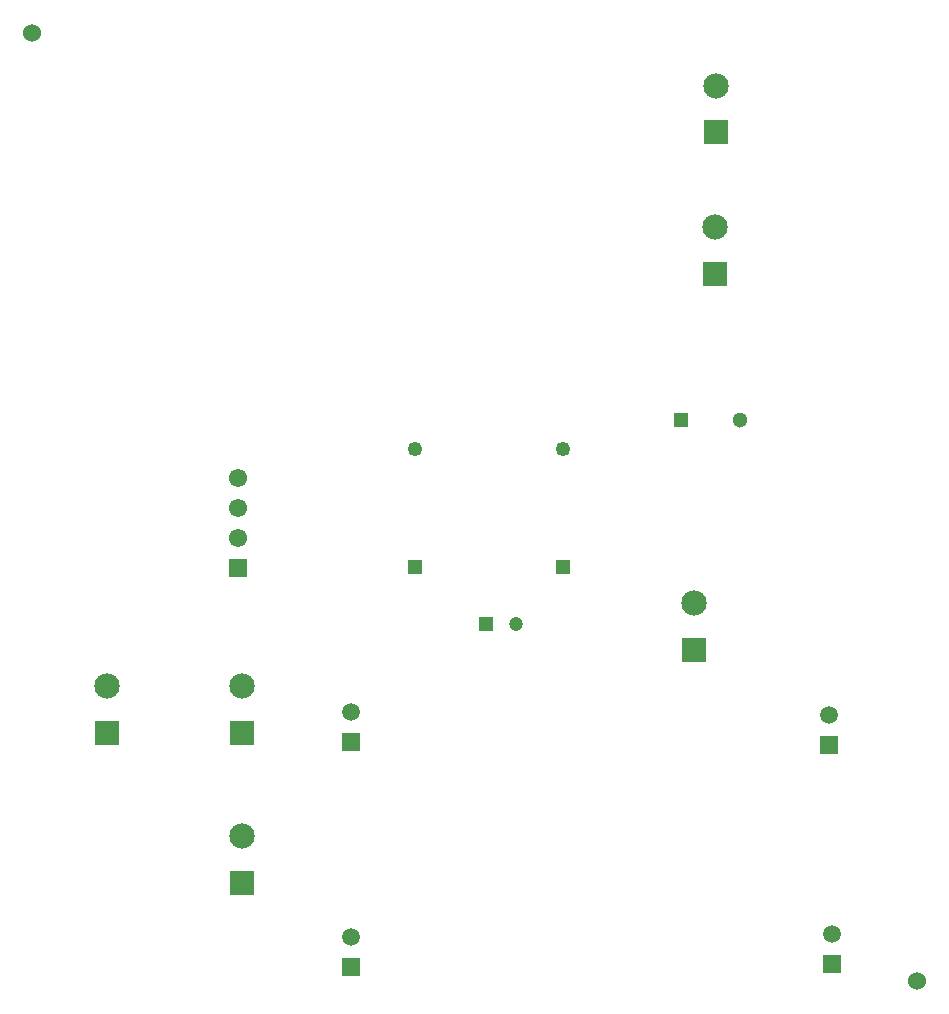
<source format=gbr>
G04*
G04 #@! TF.GenerationSoftware,Altium Limited,Altium Designer,22.4.2 (48)*
G04*
G04 Layer_Color=255*
%FSLAX25Y25*%
%MOIN*%
G70*
G04*
G04 #@! TF.SameCoordinates,D1C75A00-648E-4898-854E-167750E82D76*
G04*
G04*
G04 #@! TF.FilePolarity,Positive*
G04*
G01*
G75*
%ADD24C,0.04921*%
%ADD25R,0.04921X0.04921*%
%ADD26C,0.04724*%
%ADD27R,0.04724X0.04724*%
%ADD28C,0.05118*%
%ADD29R,0.05118X0.05118*%
%ADD35R,0.08465X0.08465*%
%ADD36C,0.08465*%
%ADD37C,0.05906*%
%ADD38R,0.05906X0.05906*%
%ADD39R,0.06102X0.06102*%
%ADD40C,0.06102*%
%ADD41C,0.06000*%
D24*
X137795Y187008D02*
D03*
X187008D02*
D03*
D25*
X137795Y147638D02*
D03*
X187008D02*
D03*
D26*
X171260Y128937D02*
D03*
D27*
X161417D02*
D03*
D28*
X246063Y196850D02*
D03*
D29*
X226378D02*
D03*
D35*
X237598Y245374D02*
D03*
X237992Y292697D02*
D03*
X230709Y120157D02*
D03*
X80118Y42401D02*
D03*
X34843Y92598D02*
D03*
X80118Y92598D02*
D03*
D36*
X237598Y260965D02*
D03*
X237992Y308287D02*
D03*
X230709Y135748D02*
D03*
X80118Y57992D02*
D03*
X34843Y108189D02*
D03*
X80118Y108189D02*
D03*
D37*
X275590Y98425D02*
D03*
X276575Y25591D02*
D03*
X116142Y99410D02*
D03*
Y24606D02*
D03*
D38*
X275590Y88425D02*
D03*
X276575Y15590D02*
D03*
X116142Y89410D02*
D03*
Y14606D02*
D03*
D39*
X78740Y147480D02*
D03*
D40*
Y157480D02*
D03*
Y167480D02*
D03*
Y177480D02*
D03*
D41*
X9843Y325787D02*
D03*
X305118Y9843D02*
D03*
M02*

</source>
